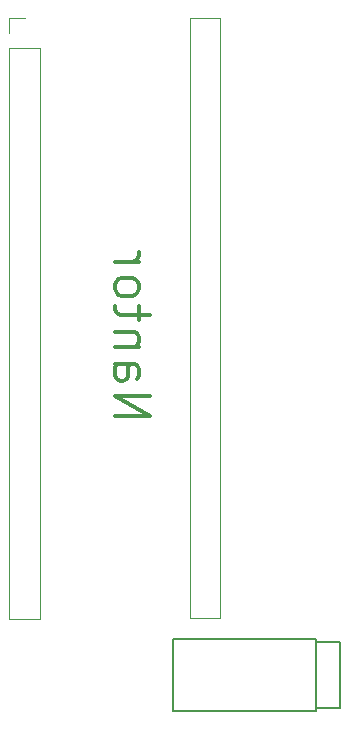
<source format=gbr>
%TF.GenerationSoftware,KiCad,Pcbnew,7.0.1-0*%
%TF.CreationDate,2025-04-04T15:19:30+02:00*%
%TF.ProjectId,nantor,6e616e74-6f72-42e6-9b69-6361645f7063,rev?*%
%TF.SameCoordinates,Original*%
%TF.FileFunction,Legend,Bot*%
%TF.FilePolarity,Positive*%
%FSLAX46Y46*%
G04 Gerber Fmt 4.6, Leading zero omitted, Abs format (unit mm)*
G04 Created by KiCad (PCBNEW 7.0.1-0) date 2025-04-04 15:19:30*
%MOMM*%
%LPD*%
G01*
G04 APERTURE LIST*
%ADD10C,0.300000*%
%ADD11C,0.120000*%
%ADD12C,0.150000*%
G04 APERTURE END LIST*
D10*
X191182125Y-89703183D02*
X194182125Y-89703183D01*
X194182125Y-89703183D02*
X191182125Y-87988897D01*
X191182125Y-87988897D02*
X194182125Y-87988897D01*
X191182125Y-85274612D02*
X192753554Y-85274612D01*
X192753554Y-85274612D02*
X193039268Y-85417469D01*
X193039268Y-85417469D02*
X193182125Y-85703183D01*
X193182125Y-85703183D02*
X193182125Y-86274612D01*
X193182125Y-86274612D02*
X193039268Y-86560326D01*
X191324983Y-85274612D02*
X191182125Y-85560326D01*
X191182125Y-85560326D02*
X191182125Y-86274612D01*
X191182125Y-86274612D02*
X191324983Y-86560326D01*
X191324983Y-86560326D02*
X191610697Y-86703183D01*
X191610697Y-86703183D02*
X191896411Y-86703183D01*
X191896411Y-86703183D02*
X192182125Y-86560326D01*
X192182125Y-86560326D02*
X192324983Y-86274612D01*
X192324983Y-86274612D02*
X192324983Y-85560326D01*
X192324983Y-85560326D02*
X192467840Y-85274612D01*
X193182125Y-83846040D02*
X191182125Y-83846040D01*
X192896411Y-83846040D02*
X193039268Y-83703183D01*
X193039268Y-83703183D02*
X193182125Y-83417468D01*
X193182125Y-83417468D02*
X193182125Y-82988897D01*
X193182125Y-82988897D02*
X193039268Y-82703183D01*
X193039268Y-82703183D02*
X192753554Y-82560326D01*
X192753554Y-82560326D02*
X191182125Y-82560326D01*
X193182125Y-81560325D02*
X193182125Y-80417468D01*
X194182125Y-81131754D02*
X191610697Y-81131754D01*
X191610697Y-81131754D02*
X191324983Y-80988897D01*
X191324983Y-80988897D02*
X191182125Y-80703182D01*
X191182125Y-80703182D02*
X191182125Y-80417468D01*
X191182125Y-78988896D02*
X191324983Y-79274611D01*
X191324983Y-79274611D02*
X191467840Y-79417468D01*
X191467840Y-79417468D02*
X191753554Y-79560325D01*
X191753554Y-79560325D02*
X192610697Y-79560325D01*
X192610697Y-79560325D02*
X192896411Y-79417468D01*
X192896411Y-79417468D02*
X193039268Y-79274611D01*
X193039268Y-79274611D02*
X193182125Y-78988896D01*
X193182125Y-78988896D02*
X193182125Y-78560325D01*
X193182125Y-78560325D02*
X193039268Y-78274611D01*
X193039268Y-78274611D02*
X192896411Y-78131754D01*
X192896411Y-78131754D02*
X192610697Y-77988896D01*
X192610697Y-77988896D02*
X191753554Y-77988896D01*
X191753554Y-77988896D02*
X191467840Y-78131754D01*
X191467840Y-78131754D02*
X191324983Y-78274611D01*
X191324983Y-78274611D02*
X191182125Y-78560325D01*
X191182125Y-78560325D02*
X191182125Y-78988896D01*
X191182125Y-76703182D02*
X193182125Y-76703182D01*
X192610697Y-76703182D02*
X192896411Y-76560325D01*
X192896411Y-76560325D02*
X193039268Y-76417468D01*
X193039268Y-76417468D02*
X193182125Y-76131753D01*
X193182125Y-76131753D02*
X193182125Y-75846039D01*
D11*
%TO.C,U1*%
X182211983Y-55967968D02*
X183541983Y-55967968D01*
X182211983Y-57297968D02*
X182211983Y-55967968D01*
X182211983Y-58567968D02*
X184871983Y-58567968D01*
X182211983Y-106887968D02*
X182211983Y-58567968D01*
X184871983Y-58567968D02*
X184871983Y-106887968D01*
X184871983Y-106887968D02*
X182211983Y-106887968D01*
X197511983Y-56027968D02*
X200051983Y-56027968D01*
X197511983Y-106827968D02*
X197511983Y-56027968D01*
X200051983Y-56027968D02*
X200051983Y-106827968D01*
X200051983Y-106827968D02*
X197511983Y-106827968D01*
D12*
%TO.C,J1*%
X208215182Y-108557147D02*
X196115182Y-108557147D01*
X208215182Y-108557147D02*
X208215182Y-114657147D01*
X196115182Y-108557147D02*
X196115182Y-114657147D01*
X210215182Y-108807147D02*
X210215182Y-114407147D01*
X208215182Y-108807147D02*
X210215182Y-108807147D01*
X208215182Y-114407147D02*
X210215182Y-114407147D01*
X208215182Y-114657147D02*
X196115182Y-114657147D01*
%TD*%
M02*

</source>
